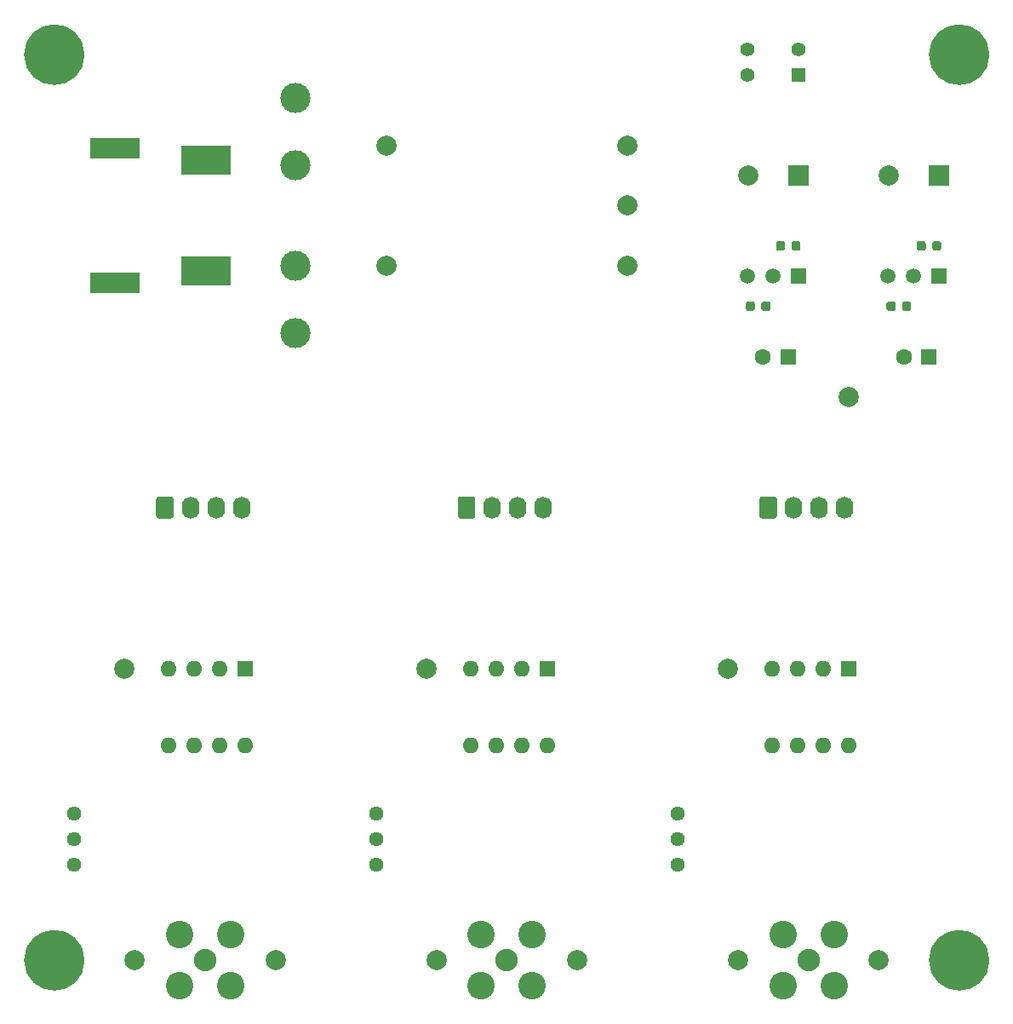
<source format=gbr>
%TF.GenerationSoftware,KiCad,Pcbnew,(5.1.10)-1*%
%TF.CreationDate,2021-09-26T04:03:23+09:00*%
%TF.ProjectId,HAS-CT-Board,4841532d-4354-42d4-926f-6172642e6b69,rev?*%
%TF.SameCoordinates,Original*%
%TF.FileFunction,Soldermask,Bot*%
%TF.FilePolarity,Negative*%
%FSLAX46Y46*%
G04 Gerber Fmt 4.6, Leading zero omitted, Abs format (unit mm)*
G04 Created by KiCad (PCBNEW (5.1.10)-1) date 2021-09-26 04:03:23*
%MOMM*%
%LPD*%
G01*
G04 APERTURE LIST*
%ADD10C,2.000000*%
%ADD11O,1.600000X1.600000*%
%ADD12R,1.600000X1.600000*%
%ADD13R,2.000000X2.000000*%
%ADD14C,2.000000*%
%ADD15C,1.600000*%
%ADD16C,1.400000*%
%ADD17R,1.400000X1.400000*%
%ADD18C,3.000000*%
%ADD19O,1.740000X2.190000*%
%ADD20C,2.240000*%
%ADD21C,2.740000*%
%ADD22R,5.000000X3.000000*%
%ADD23R,5.000000X2.000000*%
%ADD24C,1.440000*%
%ADD25R,1.500000X1.500000*%
%ADD26C,1.500000*%
%ADD27C,3.200000*%
G04 APERTURE END LIST*
D10*
%TO.C,H1*%
X57000000Y-55000000D02*
G75*
G03*
X57000000Y-55000000I-2000000J0D01*
G01*
%TO.C,H2*%
X57000000Y-145000000D02*
G75*
G03*
X57000000Y-145000000I-2000000J0D01*
G01*
%TO.C,H3*%
X147000000Y-55000000D02*
G75*
G03*
X147000000Y-55000000I-2000000J0D01*
G01*
%TO.C,H4*%
X147000000Y-145000000D02*
G75*
G03*
X147000000Y-145000000I-2000000J0D01*
G01*
%TD*%
D11*
%TO.C,U1*%
X74000000Y-123620000D03*
X66380000Y-116000000D03*
X71460000Y-123620000D03*
X68920000Y-116000000D03*
X68920000Y-123620000D03*
X71460000Y-116000000D03*
X66380000Y-123620000D03*
D12*
X74000000Y-116000000D03*
%TD*%
D13*
%TO.C,C1*%
X143000000Y-67000000D03*
D14*
X138000000Y-67000000D03*
%TD*%
%TO.C,C2*%
X124000000Y-67000000D03*
D13*
X129000000Y-67000000D03*
%TD*%
%TO.C,C3*%
G36*
G01*
X143225000Y-73750000D02*
X143225000Y-74250000D01*
G75*
G02*
X143000000Y-74475000I-225000J0D01*
G01*
X142550000Y-74475000D01*
G75*
G02*
X142325000Y-74250000I0J225000D01*
G01*
X142325000Y-73750000D01*
G75*
G02*
X142550000Y-73525000I225000J0D01*
G01*
X143000000Y-73525000D01*
G75*
G02*
X143225000Y-73750000I0J-225000D01*
G01*
G37*
G36*
G01*
X141675000Y-73750000D02*
X141675000Y-74250000D01*
G75*
G02*
X141450000Y-74475000I-225000J0D01*
G01*
X141000000Y-74475000D01*
G75*
G02*
X140775000Y-74250000I0J225000D01*
G01*
X140775000Y-73750000D01*
G75*
G02*
X141000000Y-73525000I225000J0D01*
G01*
X141450000Y-73525000D01*
G75*
G02*
X141675000Y-73750000I0J-225000D01*
G01*
G37*
%TD*%
%TO.C,C4*%
G36*
G01*
X129225000Y-73750000D02*
X129225000Y-74250000D01*
G75*
G02*
X129000000Y-74475000I-225000J0D01*
G01*
X128550000Y-74475000D01*
G75*
G02*
X128325000Y-74250000I0J225000D01*
G01*
X128325000Y-73750000D01*
G75*
G02*
X128550000Y-73525000I225000J0D01*
G01*
X129000000Y-73525000D01*
G75*
G02*
X129225000Y-73750000I0J-225000D01*
G01*
G37*
G36*
G01*
X127675000Y-73750000D02*
X127675000Y-74250000D01*
G75*
G02*
X127450000Y-74475000I-225000J0D01*
G01*
X127000000Y-74475000D01*
G75*
G02*
X126775000Y-74250000I0J225000D01*
G01*
X126775000Y-73750000D01*
G75*
G02*
X127000000Y-73525000I225000J0D01*
G01*
X127450000Y-73525000D01*
G75*
G02*
X127675000Y-73750000I0J-225000D01*
G01*
G37*
%TD*%
%TO.C,C8*%
G36*
G01*
X139325000Y-80250000D02*
X139325000Y-79750000D01*
G75*
G02*
X139550000Y-79525000I225000J0D01*
G01*
X140000000Y-79525000D01*
G75*
G02*
X140225000Y-79750000I0J-225000D01*
G01*
X140225000Y-80250000D01*
G75*
G02*
X140000000Y-80475000I-225000J0D01*
G01*
X139550000Y-80475000D01*
G75*
G02*
X139325000Y-80250000I0J225000D01*
G01*
G37*
G36*
G01*
X137775000Y-80250000D02*
X137775000Y-79750000D01*
G75*
G02*
X138000000Y-79525000I225000J0D01*
G01*
X138450000Y-79525000D01*
G75*
G02*
X138675000Y-79750000I0J-225000D01*
G01*
X138675000Y-80250000D01*
G75*
G02*
X138450000Y-80475000I-225000J0D01*
G01*
X138000000Y-80475000D01*
G75*
G02*
X137775000Y-80250000I0J225000D01*
G01*
G37*
%TD*%
%TO.C,C9*%
G36*
G01*
X126225000Y-79750000D02*
X126225000Y-80250000D01*
G75*
G02*
X126000000Y-80475000I-225000J0D01*
G01*
X125550000Y-80475000D01*
G75*
G02*
X125325000Y-80250000I0J225000D01*
G01*
X125325000Y-79750000D01*
G75*
G02*
X125550000Y-79525000I225000J0D01*
G01*
X126000000Y-79525000D01*
G75*
G02*
X126225000Y-79750000I0J-225000D01*
G01*
G37*
G36*
G01*
X124675000Y-79750000D02*
X124675000Y-80250000D01*
G75*
G02*
X124450000Y-80475000I-225000J0D01*
G01*
X124000000Y-80475000D01*
G75*
G02*
X123775000Y-80250000I0J225000D01*
G01*
X123775000Y-79750000D01*
G75*
G02*
X124000000Y-79525000I225000J0D01*
G01*
X124450000Y-79525000D01*
G75*
G02*
X124675000Y-79750000I0J-225000D01*
G01*
G37*
%TD*%
D12*
%TO.C,C10*%
X142000000Y-85000000D03*
D15*
X139500000Y-85000000D03*
%TD*%
%TO.C,C11*%
X125500000Y-85000000D03*
D12*
X128000000Y-85000000D03*
%TD*%
D16*
%TO.C,D1*%
X123920000Y-57000000D03*
X129000000Y-54460000D03*
X123920000Y-54460000D03*
D17*
X129000000Y-57000000D03*
%TD*%
D18*
%TO.C,F1*%
X79000000Y-82700000D03*
X79000000Y-76000000D03*
X79000000Y-66000000D03*
X79000000Y-59300000D03*
%TD*%
D19*
%TO.C,J1*%
X73620000Y-100000000D03*
X71080000Y-100000000D03*
X68540000Y-100000000D03*
G36*
G01*
X65130000Y-100845001D02*
X65130000Y-99154999D01*
G75*
G02*
X65379999Y-98905000I249999J0D01*
G01*
X66620001Y-98905000D01*
G75*
G02*
X66870000Y-99154999I0J-249999D01*
G01*
X66870000Y-100845001D01*
G75*
G02*
X66620001Y-101095000I-249999J0D01*
G01*
X65379999Y-101095000D01*
G75*
G02*
X65130000Y-100845001I0J249999D01*
G01*
G37*
%TD*%
%TO.C,J2*%
G36*
G01*
X95130000Y-100845001D02*
X95130000Y-99154999D01*
G75*
G02*
X95379999Y-98905000I249999J0D01*
G01*
X96620001Y-98905000D01*
G75*
G02*
X96870000Y-99154999I0J-249999D01*
G01*
X96870000Y-100845001D01*
G75*
G02*
X96620001Y-101095000I-249999J0D01*
G01*
X95379999Y-101095000D01*
G75*
G02*
X95130000Y-100845001I0J249999D01*
G01*
G37*
X98540000Y-100000000D03*
X101080000Y-100000000D03*
X103620000Y-100000000D03*
%TD*%
%TO.C,J3*%
G36*
G01*
X125130000Y-100845001D02*
X125130000Y-99154999D01*
G75*
G02*
X125379999Y-98905000I249999J0D01*
G01*
X126620001Y-98905000D01*
G75*
G02*
X126870000Y-99154999I0J-249999D01*
G01*
X126870000Y-100845001D01*
G75*
G02*
X126620001Y-101095000I-249999J0D01*
G01*
X125379999Y-101095000D01*
G75*
G02*
X125130000Y-100845001I0J249999D01*
G01*
G37*
X128540000Y-100000000D03*
X131080000Y-100000000D03*
X133620000Y-100000000D03*
%TD*%
D20*
%TO.C,J4*%
X70000000Y-145000000D03*
D21*
X67460000Y-142460000D03*
X72540000Y-142460000D03*
X72540000Y-147540000D03*
X67460000Y-147540000D03*
%TD*%
%TO.C,J5*%
X97460000Y-147540000D03*
X102540000Y-147540000D03*
X102540000Y-142460000D03*
X97460000Y-142460000D03*
D20*
X100000000Y-145000000D03*
%TD*%
D21*
%TO.C,J6*%
X127460000Y-147540000D03*
X132540000Y-147540000D03*
X132540000Y-142460000D03*
X127460000Y-142460000D03*
D20*
X130000000Y-145000000D03*
%TD*%
D22*
%TO.C,P1*%
X70100000Y-76500000D03*
X70100000Y-65500000D03*
D23*
X61000000Y-77700000D03*
X61000000Y-64300000D03*
%TD*%
D24*
%TO.C,RV1*%
X57000000Y-130460000D03*
X57000000Y-133000000D03*
X57000000Y-135540000D03*
%TD*%
%TO.C,RV2*%
X87000000Y-135540000D03*
X87000000Y-133000000D03*
X87000000Y-130460000D03*
%TD*%
%TO.C,RV3*%
X117000000Y-135540000D03*
X117000000Y-133000000D03*
X117000000Y-130460000D03*
%TD*%
D14*
%TO.C,TP1*%
X62000000Y-116000000D03*
%TD*%
%TO.C,TP2*%
X92000000Y-116000000D03*
%TD*%
%TO.C,TP3*%
X122000000Y-116000000D03*
%TD*%
%TO.C,TP4*%
X77000000Y-145000000D03*
%TD*%
%TO.C,TP5*%
X63000000Y-145000000D03*
%TD*%
%TO.C,TP6*%
X107000000Y-145000000D03*
%TD*%
%TO.C,TP7*%
X93000000Y-145000000D03*
%TD*%
%TO.C,TP8*%
X137000000Y-145000000D03*
%TD*%
%TO.C,TP9*%
X123000000Y-145000000D03*
%TD*%
%TO.C,TP10*%
X134000000Y-89000000D03*
%TD*%
%TO.C,TR1*%
X112000000Y-64000000D03*
X112000000Y-70000000D03*
X112000000Y-76000000D03*
X88000000Y-64000000D03*
X88000000Y-76000000D03*
%TD*%
D12*
%TO.C,U2*%
X104000000Y-116000000D03*
D11*
X96380000Y-123620000D03*
X101460000Y-116000000D03*
X98920000Y-123620000D03*
X98920000Y-116000000D03*
X101460000Y-123620000D03*
X96380000Y-116000000D03*
X104000000Y-123620000D03*
%TD*%
D12*
%TO.C,U3*%
X134000000Y-116000000D03*
D11*
X126380000Y-123620000D03*
X131460000Y-116000000D03*
X128920000Y-123620000D03*
X128920000Y-116000000D03*
X131460000Y-123620000D03*
X126380000Y-116000000D03*
X134000000Y-123620000D03*
%TD*%
D25*
%TO.C,U4*%
X143000000Y-77000000D03*
D26*
X137920000Y-77000000D03*
X140460000Y-77000000D03*
%TD*%
%TO.C,U5*%
X126460000Y-77000000D03*
X123920000Y-77000000D03*
D25*
X129000000Y-77000000D03*
%TD*%
D27*
%TO.C,H1*%
X55000000Y-55000000D03*
%TD*%
%TO.C,H2*%
X55000000Y-145000000D03*
%TD*%
%TO.C,H3*%
X145000000Y-55000000D03*
%TD*%
%TO.C,H4*%
X145000000Y-145000000D03*
%TD*%
M02*

</source>
